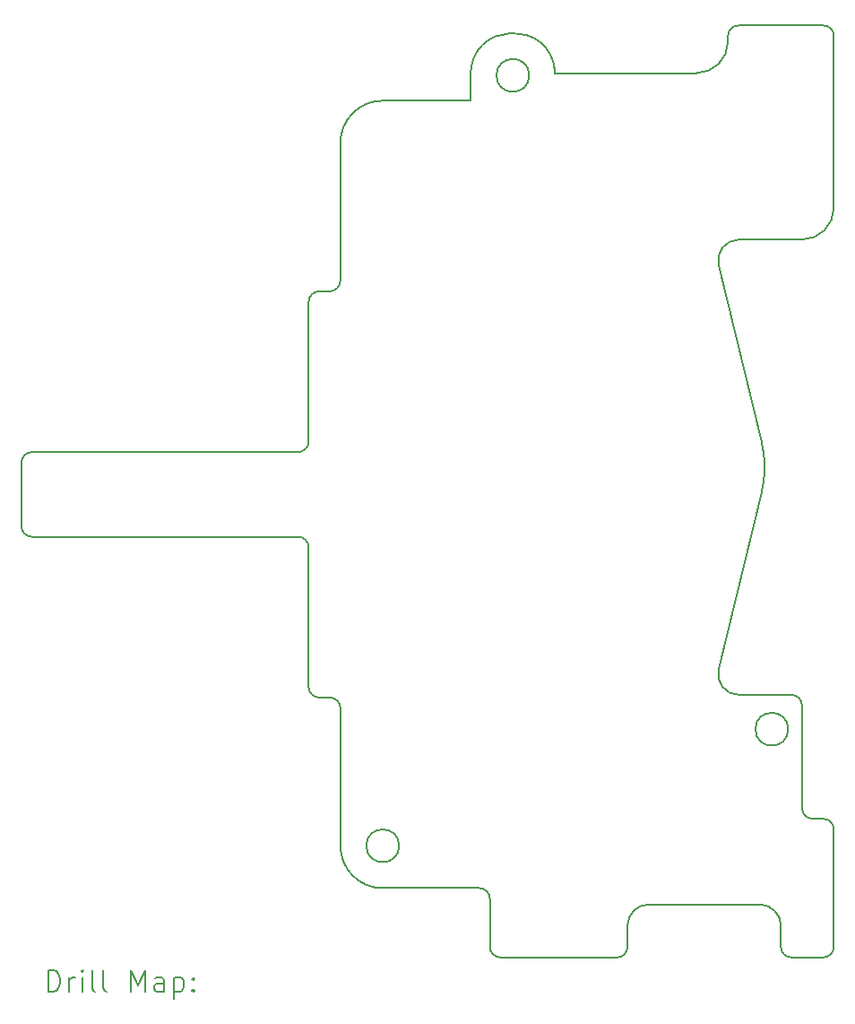
<source format=gbr>
%TF.GenerationSoftware,KiCad,Pcbnew,8.0.1*%
%TF.CreationDate,2024-05-31T18:00:37+02:00*%
%TF.ProjectId,minisumo_pcb,6d696e69-7375-46d6-9f5f-7063622e6b69,rev?*%
%TF.SameCoordinates,Original*%
%TF.FileFunction,Drillmap*%
%TF.FilePolarity,Positive*%
%FSLAX45Y45*%
G04 Gerber Fmt 4.5, Leading zero omitted, Abs format (unit mm)*
G04 Created by KiCad (PCBNEW 8.0.1) date 2024-05-31 18:00:37*
%MOMM*%
%LPD*%
G01*
G04 APERTURE LIST*
%ADD10C,0.200000*%
G04 APERTURE END LIST*
D10*
X10545775Y-8401439D02*
X10545775Y-9719322D01*
X12075087Y-6267964D02*
X12075087Y-6501438D01*
X14807338Y-14091615D02*
G75*
G02*
X15007343Y-14292574I2J-200005D01*
G01*
X10845775Y-8201438D02*
G75*
G02*
X10745774Y-8301435I-99995J-2D01*
G01*
X15407338Y-13282064D02*
G75*
G02*
X15507336Y-13382064I-18J-100016D01*
G01*
X13758857Y-14091615D02*
X14807338Y-14091615D01*
X7932578Y-10619322D02*
X10445775Y-10619322D01*
X12075087Y-6501438D02*
X11245775Y-6501438D01*
X13557896Y-14491615D02*
X13557896Y-14291617D01*
X14418321Y-8060208D02*
G75*
G02*
X14613053Y-7812772I194279J47448D01*
G01*
X7932578Y-10619322D02*
G75*
G02*
X7832578Y-10519322I2J100002D01*
G01*
X11400775Y-13537205D02*
G75*
G02*
X11090775Y-13537205I-155000J0D01*
G01*
X11090775Y-13537205D02*
G75*
G02*
X11400775Y-13537205I155000J0D01*
G01*
X7832578Y-9919322D02*
G75*
G02*
X7932578Y-9819318I100002J2D01*
G01*
X10445775Y-10619322D02*
G75*
G02*
X10545778Y-10719322I5J-99998D01*
G01*
X14418773Y-11863477D02*
X14825000Y-10200000D01*
X14613053Y-7812768D02*
X15207329Y-7812768D01*
X15407338Y-5791565D02*
G75*
G02*
X15507343Y-5890917I2J-100005D01*
G01*
X15107338Y-14591615D02*
G75*
G02*
X15007335Y-14491615I2J100005D01*
G01*
X14612618Y-12112768D02*
G75*
G02*
X14418766Y-11863475I2J200018D01*
G01*
X14507336Y-5941565D02*
G75*
G02*
X14207336Y-6241566I-300006J5D01*
G01*
X10445775Y-9819322D02*
X7932578Y-9819322D01*
X11245775Y-13937205D02*
G75*
G02*
X10845775Y-13537205I5J400005D01*
G01*
X15507336Y-7512761D02*
X15507336Y-5890917D01*
X12157895Y-13937205D02*
G75*
G02*
X12257895Y-14037205I5J-99995D01*
G01*
X15307348Y-13282064D02*
G75*
G02*
X15207342Y-13180915I2J100014D01*
G01*
X10545775Y-10719322D02*
X10545775Y-12037205D01*
X14825000Y-9725536D02*
X14418321Y-8060208D01*
X15407338Y-13282064D02*
X15307348Y-13282064D01*
X15076425Y-12436275D02*
G75*
G02*
X14766425Y-12436275I-155000J0D01*
G01*
X14766425Y-12436275D02*
G75*
G02*
X15076425Y-12436275I155000J0D01*
G01*
X14507336Y-5891565D02*
G75*
G02*
X14606675Y-5791568I99994J5D01*
G01*
X12357896Y-14591615D02*
X13457896Y-14591615D01*
X10745774Y-8301438D02*
X10645775Y-8301438D01*
X15207329Y-7812768D02*
X15207329Y-7812768D01*
X14207336Y-6241565D02*
X12874487Y-6241565D01*
X12075087Y-6267964D02*
G75*
G02*
X12874486Y-6241565I399967J5106D01*
G01*
X15107338Y-12112768D02*
X14612618Y-12112768D01*
X10845775Y-12237205D02*
X10845775Y-13537205D01*
X7832578Y-9919322D02*
X7832578Y-10519322D01*
X10545775Y-9719322D02*
G75*
G02*
X10445775Y-9819325I-100005J2D01*
G01*
X10545775Y-8401439D02*
G75*
G02*
X10645775Y-8301435I100005J-1D01*
G01*
X12630055Y-6262865D02*
G75*
G02*
X12320055Y-6262865I-155000J0D01*
G01*
X12320055Y-6262865D02*
G75*
G02*
X12630055Y-6262865I155000J0D01*
G01*
X15007336Y-14292574D02*
X15007336Y-14491615D01*
X15107338Y-14591615D02*
X15407336Y-14591615D01*
X10845775Y-6901438D02*
X10845775Y-8201438D01*
X13557896Y-14291617D02*
G75*
G02*
X13758857Y-14091618I200014J-13D01*
G01*
X15507336Y-14491615D02*
G75*
G02*
X15407336Y-14591616I-100006J5D01*
G01*
X15507336Y-14491615D02*
X15507336Y-13382064D01*
X12357896Y-14591615D02*
G75*
G02*
X12257895Y-14491615I4J100005D01*
G01*
X10645775Y-12137205D02*
X10745774Y-12137205D01*
X12257896Y-14037205D02*
X12257896Y-14491615D01*
X15407338Y-5791565D02*
X14606675Y-5791565D01*
X15207336Y-13180915D02*
X15207336Y-12212768D01*
X15507336Y-7512761D02*
G75*
G02*
X15207329Y-7812766I-300006J1D01*
G01*
X11245775Y-13937205D02*
X12157895Y-13937205D01*
X10645775Y-12137205D02*
G75*
G02*
X10545775Y-12037205I5J100005D01*
G01*
X14507336Y-5891565D02*
X14507336Y-5941565D01*
X14825000Y-9725536D02*
G75*
G02*
X14825001Y-10200000I-971420J-237234D01*
G01*
X13557896Y-14491615D02*
G75*
G02*
X13457896Y-14591616I-100006J5D01*
G01*
X10745774Y-12137205D02*
G75*
G02*
X10845775Y-12237205I6J-99995D01*
G01*
X10845775Y-6901438D02*
G75*
G02*
X11245775Y-6501435I400005J-2D01*
G01*
X15107338Y-12112768D02*
G75*
G02*
X15207332Y-12212768I2J-99992D01*
G01*
X8083355Y-14913099D02*
X8083355Y-14713099D01*
X8083355Y-14713099D02*
X8130974Y-14713099D01*
X8130974Y-14713099D02*
X8159546Y-14722622D01*
X8159546Y-14722622D02*
X8178593Y-14741670D01*
X8178593Y-14741670D02*
X8188117Y-14760718D01*
X8188117Y-14760718D02*
X8197641Y-14798813D01*
X8197641Y-14798813D02*
X8197641Y-14827384D01*
X8197641Y-14827384D02*
X8188117Y-14865480D01*
X8188117Y-14865480D02*
X8178593Y-14884527D01*
X8178593Y-14884527D02*
X8159546Y-14903575D01*
X8159546Y-14903575D02*
X8130974Y-14913099D01*
X8130974Y-14913099D02*
X8083355Y-14913099D01*
X8283355Y-14913099D02*
X8283355Y-14779765D01*
X8283355Y-14817861D02*
X8292879Y-14798813D01*
X8292879Y-14798813D02*
X8302403Y-14789289D01*
X8302403Y-14789289D02*
X8321450Y-14779765D01*
X8321450Y-14779765D02*
X8340498Y-14779765D01*
X8407165Y-14913099D02*
X8407165Y-14779765D01*
X8407165Y-14713099D02*
X8397641Y-14722622D01*
X8397641Y-14722622D02*
X8407165Y-14732146D01*
X8407165Y-14732146D02*
X8416689Y-14722622D01*
X8416689Y-14722622D02*
X8407165Y-14713099D01*
X8407165Y-14713099D02*
X8407165Y-14732146D01*
X8530974Y-14913099D02*
X8511927Y-14903575D01*
X8511927Y-14903575D02*
X8502403Y-14884527D01*
X8502403Y-14884527D02*
X8502403Y-14713099D01*
X8635736Y-14913099D02*
X8616689Y-14903575D01*
X8616689Y-14903575D02*
X8607165Y-14884527D01*
X8607165Y-14884527D02*
X8607165Y-14713099D01*
X8864308Y-14913099D02*
X8864308Y-14713099D01*
X8864308Y-14713099D02*
X8930974Y-14855956D01*
X8930974Y-14855956D02*
X8997641Y-14713099D01*
X8997641Y-14713099D02*
X8997641Y-14913099D01*
X9178593Y-14913099D02*
X9178593Y-14808337D01*
X9178593Y-14808337D02*
X9169070Y-14789289D01*
X9169070Y-14789289D02*
X9150022Y-14779765D01*
X9150022Y-14779765D02*
X9111927Y-14779765D01*
X9111927Y-14779765D02*
X9092879Y-14789289D01*
X9178593Y-14903575D02*
X9159546Y-14913099D01*
X9159546Y-14913099D02*
X9111927Y-14913099D01*
X9111927Y-14913099D02*
X9092879Y-14903575D01*
X9092879Y-14903575D02*
X9083355Y-14884527D01*
X9083355Y-14884527D02*
X9083355Y-14865480D01*
X9083355Y-14865480D02*
X9092879Y-14846432D01*
X9092879Y-14846432D02*
X9111927Y-14836908D01*
X9111927Y-14836908D02*
X9159546Y-14836908D01*
X9159546Y-14836908D02*
X9178593Y-14827384D01*
X9273831Y-14779765D02*
X9273831Y-14979765D01*
X9273831Y-14789289D02*
X9292879Y-14779765D01*
X9292879Y-14779765D02*
X9330974Y-14779765D01*
X9330974Y-14779765D02*
X9350022Y-14789289D01*
X9350022Y-14789289D02*
X9359546Y-14798813D01*
X9359546Y-14798813D02*
X9369070Y-14817861D01*
X9369070Y-14817861D02*
X9369070Y-14875003D01*
X9369070Y-14875003D02*
X9359546Y-14894051D01*
X9359546Y-14894051D02*
X9350022Y-14903575D01*
X9350022Y-14903575D02*
X9330974Y-14913099D01*
X9330974Y-14913099D02*
X9292879Y-14913099D01*
X9292879Y-14913099D02*
X9273831Y-14903575D01*
X9454784Y-14894051D02*
X9464308Y-14903575D01*
X9464308Y-14903575D02*
X9454784Y-14913099D01*
X9454784Y-14913099D02*
X9445260Y-14903575D01*
X9445260Y-14903575D02*
X9454784Y-14894051D01*
X9454784Y-14894051D02*
X9454784Y-14913099D01*
X9454784Y-14789289D02*
X9464308Y-14798813D01*
X9464308Y-14798813D02*
X9454784Y-14808337D01*
X9454784Y-14808337D02*
X9445260Y-14798813D01*
X9445260Y-14798813D02*
X9454784Y-14789289D01*
X9454784Y-14789289D02*
X9454784Y-14808337D01*
M02*

</source>
